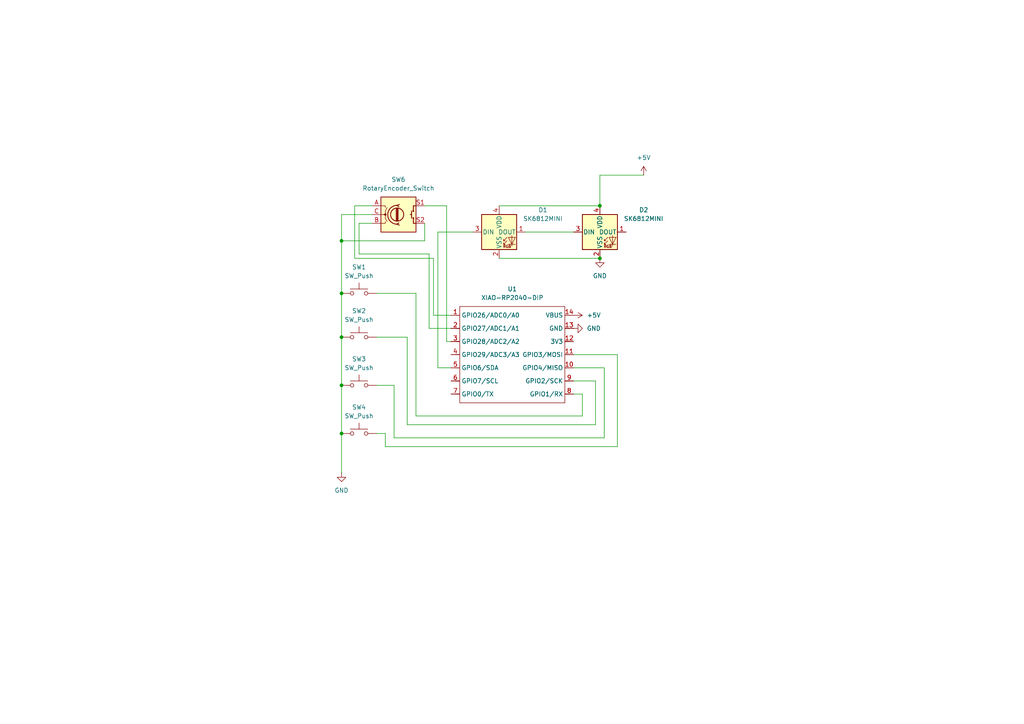
<source format=kicad_sch>
(kicad_sch (version 20250114) (generator "eeschema") (generator_version "9.0")
  (paper "A4")
  (title_block (title "vPad") (date "2025-11-10"))
  (lib_symbols
    (symbol "Device:RotaryEncoder_Switch" (pin_names (offset 0.254) (hide yes))
      (property "Reference" "SW" (at 0 6.604 0))
      (property "Value" "RotaryEncoder_Switch" (at 0 -6.604 0))
      (symbol "RotaryEncoder_Switch_0_1"
        (rectangle (start -5.08 5.08) (end 5.08 -5.08) (stroke (width 0.254)) (fill (type background)))
        (polyline (pts (xy -5.08 2.54) (xy -3.81 2.54) (xy -3.81 2.032)))
        (polyline (pts (xy -5.08 0) (xy -3.81 0) (xy -3.81 -1.016) (xy -3.302 -2.032)))
        (polyline (pts (xy -5.08 -2.54) (xy -3.81 -2.54) (xy -3.81 -2.032)))
        (polyline (pts (xy -4.318 0) (xy -3.81 0) (xy -3.81 1.016) (xy -3.302 2.032)))
        (circle (center -3.81 0) (radius 0.254) (fill (type outline)))
        (polyline (pts (xy -0.635 -1.778) (xy -0.635 1.778)) (stroke (width 0.254)))
        (circle (center -0.381 0) (radius 1.905) (stroke (width 0.254)))
        (polyline (pts (xy -0.381 -1.778) (xy -0.381 1.778)) (stroke (width 0.254)))
        (arc (start -0.381 -2.794) (mid -3.0988 -0.0635) (end -0.381 2.667) (stroke (width 0.254)))
        (polyline (pts (xy -0.127 1.778) (xy -0.127 -1.778)) (stroke (width 0.254)))
        (polyline (pts (xy 0.254 2.921) (xy -0.508 2.667) (xy 0.127 2.286)) (stroke (width 0.254)))
        (polyline (pts (xy 0.254 -3.048) (xy -0.508 -2.794) (xy 0.127 -2.413)) (stroke (width 0.254)))
        (polyline (pts (xy 3.81 1.016) (xy 3.81 -1.016)) (stroke (width 0.254)))
        (polyline (pts (xy 3.81 0) (xy 3.429 0)) (stroke (width 0.254)))
        (circle (center 4.318 1.016) (radius 0.127) (stroke (width 0.254)))
        (circle (center 4.318 -1.016) (radius 0.127) (stroke (width 0.254)))
        (polyline (pts (xy 5.08 2.54) (xy 4.318 2.54) (xy 4.318 1.016)) (stroke (width 0.254)))
        (polyline (pts (xy 5.08 -2.54) (xy 4.318 -2.54) (xy 4.318 -1.016)) (stroke (width 0.254)))
      )
      (symbol "RotaryEncoder_Switch_1_1"
        (pin passive line (at -7.62 2.54 0) (length 2.54) (name "A") (number "A"))
        (pin passive line (at -7.62 0 0) (length 2.54) (name "C") (number "C"))
        (pin passive line (at -7.62 -2.54 0) (length 2.54) (name "B") (number "B"))
        (pin passive line (at 7.62 2.54 180) (length 2.54) (name "S1") (number "S1"))
        (pin passive line (at 7.62 -2.54 180) (length 2.54) (name "S2") (number "S2"))
      )
    )
    (symbol "LED:SK6812MINI" (pin_names (offset 0.254))
      (property "Reference" "D" (at 5.08 5.715 0))
      (property "Value" "SK6812MINI" (at 1.27 -5.715 0))
      (symbol "SK6812MINI_0_0"
        (text "RGB" (at 2.286 -4.191 0) (effects (font (size 0.762 0.762))))
      )
      (symbol "SK6812MINI_0_1"
        (polyline (pts (xy 1.27 -2.54) (xy 1.778 -2.54)))
        (polyline (pts (xy 1.27 -3.556) (xy 1.778 -3.556)))
        (polyline (pts (xy 2.286 -1.524) (xy 1.27 -2.54) (xy 1.27 -2.032)))
        (polyline (pts (xy 2.286 -2.54) (xy 1.27 -3.556) (xy 1.27 -3.048)))
        (polyline (pts (xy 3.683 -1.016) (xy 3.683 -3.556) (xy 3.683 -4.064)))
        (polyline (pts (xy 4.699 -1.524) (xy 2.667 -1.524) (xy 3.683 -3.556) (xy 4.699 -1.524)))
        (polyline (pts (xy 4.699 -3.556) (xy 2.667 -3.556)))
        (rectangle (start 5.08 5.08) (end -5.08 -5.08) (stroke (width 0.254)) (fill (type background)))
      )
      (symbol "SK6812MINI_1_1"
        (pin input line (at -7.62 0 0) (length 2.54) (name "DIN") (number "3"))
        (pin power_in line (at 0 7.62 270) (length 2.54) (name "VDD") (number "4"))
        (pin power_in line (at 0 -7.62 90) (length 2.54) (name "VSS") (number "2"))
        (pin output line (at 7.62 0 180) (length 2.54) (name "DOUT") (number "1"))
      )
    )
    (symbol "Seeed_Studio_XIAO_Series:XIAO-RP2040-DIP"
      (property "Reference" "U" (at 0 0 0))
      (property "Value" "XIAO-RP2040-DIP" (at 5.334 -1.778 0))
      (symbol "XIAO-RP2040-DIP_1_0"
        (polyline (pts (xy -1.27 -2.54) (xy 29.21 -2.54)) (stroke (width 0.1524)))
        (polyline (pts (xy -1.27 -5.08) (xy -2.54 -5.08)) (stroke (width 0.1524)))
        (polyline (pts (xy -1.27 -5.08) (xy -1.27 -2.54)) (stroke (width 0.1524)))
        (polyline (pts (xy -1.27 -8.89) (xy -2.54 -8.89)) (stroke (width 0.1524)))
        (polyline (pts (xy -1.27 -8.89) (xy -1.27 -5.08)) (stroke (width 0.1524)))
        (polyline (pts (xy -1.27 -12.7) (xy -2.54 -12.7)) (stroke (width 0.1524)))
        (polyline (pts (xy -1.27 -12.7) (xy -1.27 -8.89)) (stroke (width 0.1524)))
        (polyline (pts (xy -1.27 -16.51) (xy -2.54 -16.51)) (stroke (width 0.1524)))
        (polyline (pts (xy -1.27 -16.51) (xy -1.27 -12.7)) (stroke (width 0.1524)))
        (polyline (pts (xy -1.27 -20.32) (xy -2.54 -20.32)) (stroke (width 0.1524)))
        (polyline (pts (xy -1.27 -24.13) (xy -2.54 -24.13)) (stroke (width 0.1524)))
        (polyline (pts (xy -1.27 -27.94) (xy -2.54 -27.94)) (stroke (width 0.1524)))
        (polyline (pts (xy -1.27 -30.48) (xy -1.27 -16.51)) (stroke (width 0.1524)))
        (polyline (pts (xy 29.21 -2.54) (xy 29.21 -5.08)) (stroke (width 0.1524)))
        (polyline (pts (xy 29.21 -5.08) (xy 29.21 -8.89)) (stroke (width 0.1524)))
        (polyline (pts (xy 29.21 -8.89) (xy 29.21 -12.7)) (stroke (width 0.1524)))
        (polyline (pts (xy 29.21 -12.7) (xy 29.21 -30.48)) (stroke (width 0.1524)))
        (polyline (pts (xy 29.21 -30.48) (xy -1.27 -30.48)) (stroke (width 0.1524)))
        (polyline (pts (xy 30.48 -5.08) (xy 29.21 -5.08)) (stroke (width 0.1524)))
        (polyline (pts (xy 30.48 -8.89) (xy 29.21 -8.89)) (stroke (width 0.1524)))
        (polyline (pts (xy 30.48 -12.7) (xy 29.21 -12.7)) (stroke (width 0.1524)))
        (polyline (pts (xy 30.48 -16.51) (xy 29.21 -16.51)) (stroke (width 0.1524)))
        (polyline (pts (xy 30.48 -20.32) (xy 29.21 -20.32)) (stroke (width 0.1524)))
        (polyline (pts (xy 30.48 -24.13) (xy 29.21 -24.13)) (stroke (width 0.1524)))
        (polyline (pts (xy 30.48 -27.94) (xy 29.21 -27.94)) (stroke (width 0.1524)))
        (pin passive line (at -3.81 -5.08 0) (length 2.54) (name "GPIO26/ADC0/A0") (number "1"))
        (pin passive line (at -3.81 -8.89 0) (length 2.54) (name "GPIO27/ADC1/A1") (number "2"))
        (pin passive line (at -3.81 -12.7 0) (length 2.54) (name "GPIO28/ADC2/A2") (number "3"))
        (pin passive line (at -3.81 -16.51 0) (length 2.54) (name "GPIO29/ADC3/A3") (number "4"))
        (pin passive line (at -3.81 -20.32 0) (length 2.54) (name "GPIO6/SDA") (number "5"))
        (pin passive line (at -3.81 -24.13 0) (length 2.54) (name "GPIO7/SCL") (number "6"))
        (pin passive line (at -3.81 -27.94 0) (length 2.54) (name "GPIO0/TX") (number "7"))
        (pin passive line (at 31.75 -5.08 180) (length 2.54) (name "VBUS") (number "14"))
        (pin passive line (at 31.75 -8.89 180) (length 2.54) (name "GND") (number "13"))
        (pin passive line (at 31.75 -12.7 180) (length 2.54) (name "3V3") (number "12"))
        (pin passive line (at 31.75 -16.51 180) (length 2.54) (name "GPIO3/MOSI") (number "11"))
        (pin passive line (at 31.75 -20.32 180) (length 2.54) (name "GPIO4/MISO") (number "10"))
        (pin passive line (at 31.75 -24.13 180) (length 2.54) (name "GPIO2/SCK") (number "9"))
        (pin passive line (at 31.75 -27.94 180) (length 2.54) (name "GPIO1/RX") (number "8"))
      )
    )
    (symbol "Switch:SW_Push" (pin_numbers (hide yes)) (pin_names (offset 1.016) (hide yes))
      (property "Reference" "SW" (at 1.27 2.54 0))
      (property "Value" "SW_Push" (at 0 -1.524 0))
      (symbol "SW_Push_0_1"
        (circle (center -2.032 0) (radius 0.508))
        (polyline (pts (xy 0 1.27) (xy 0 3.048)))
        (circle (center 2.032 0) (radius 0.508))
        (polyline (pts (xy 2.54 1.27) (xy -2.54 1.27)))
        (pin passive line (at -5.08 0 0) (length 2.54) (name "1") (number "1"))
        (pin passive line (at 5.08 0 180) (length 2.54) (name "2") (number "2"))
      )
    )
    (symbol "power:+5V" (power) (pin_numbers (hide yes)) (pin_names (offset 0) (hide yes))
      (property "Value" "+5V" (at 0 3.556 0))
      (symbol "+5V_0_1"
        (polyline (pts (xy -0.762 1.27) (xy 0 2.54)))
        (polyline (pts (xy 0 2.54) (xy 0.762 1.27)))
        (polyline (pts (xy 0 0) (xy 0 2.54)))
      )
      (symbol "+5V_1_1"
        (pin power_in line (at 0 0 90) (length 0) (name "~") (number "1"))
      )
    )
    (symbol "power:GND" (power) (pin_numbers (hide yes)) (pin_names (offset 0) (hide yes))
      (property "Value" "GND" (at 0 -3.81 0))
      (symbol "GND_0_1"
        (polyline (pts (xy 0 0) (xy 0 -1.27) (xy 1.27 -1.27) (xy 0 -2.54) (xy -1.27 -1.27) (xy 0 -1.27)))
      )
      (symbol "GND_1_1"
        (pin power_in line (at 0 0 270) (length 0) (name "~") (number "1"))
      )
    )
  )
  (junction (at 99.06 111.76))
  (junction (at 99.06 85.09))
  (junction (at 99.06 97.79))
  (junction (at 99.06 125.73))
  (junction (at 173.99 59.69))
  (junction (at 173.99 74.93))
  (junction (at 99.06 69.85))
  (wire (pts (xy 123.19 64.77) (xy 123.19 69.85)))
  (wire (pts (xy 144.78 59.69) (xy 173.99 59.69)))
  (wire (pts (xy 175.26 106.68) (xy 166.37 106.68)))
  (wire (pts (xy 99.06 125.73) (xy 99.06 137.16)))
  (wire (pts (xy 109.22 97.79) (xy 118.11 97.79)))
  (wire (pts (xy 124.46 73.66) (xy 124.46 95.25)))
  (wire (pts (xy 109.22 111.76) (xy 114.3 111.76)))
  (wire (pts (xy 125.73 74.93) (xy 125.73 91.44)))
  (wire (pts (xy 120.65 85.09) (xy 120.65 120.65)))
  (wire (pts (xy 109.22 125.73) (xy 111.76 125.73)))
  (wire (pts (xy 123.19 59.69) (xy 129.54 59.69)))
  (wire (pts (xy 172.72 123.19) (xy 172.72 110.49)))
  (wire (pts (xy 102.87 59.69) (xy 102.87 74.93)))
  (wire (pts (xy 107.95 62.23) (xy 99.06 62.23)))
  (wire (pts (xy 104.14 73.66) (xy 124.46 73.66)))
  (wire (pts (xy 118.11 123.19) (xy 172.72 123.19)))
  (wire (pts (xy 99.06 97.79) (xy 99.06 111.76)))
  (wire (pts (xy 99.06 62.23) (xy 99.06 69.85)))
  (wire (pts (xy 129.54 99.06) (xy 130.81 99.06)))
  (wire (pts (xy 107.95 64.77) (xy 104.14 64.77)))
  (wire (pts (xy 127 106.68) (xy 130.81 106.68)))
  (wire (pts (xy 144.78 74.93) (xy 173.99 74.93)))
  (wire (pts (xy 109.22 85.09) (xy 120.65 85.09)))
  (wire (pts (xy 120.65 120.65) (xy 168.91 120.65)))
  (wire (pts (xy 168.91 120.65) (xy 168.91 114.3)))
  (wire (pts (xy 102.87 74.93) (xy 125.73 74.93)))
  (wire (pts (xy 179.07 102.87) (xy 166.37 102.87)))
  (wire (pts (xy 111.76 129.54) (xy 179.07 129.54)))
  (wire (pts (xy 114.3 111.76) (xy 114.3 127)))
  (wire (pts (xy 111.76 125.73) (xy 111.76 129.54)))
  (wire (pts (xy 168.91 114.3) (xy 166.37 114.3)))
  (wire (pts (xy 114.3 127) (xy 175.26 127)))
  (wire (pts (xy 123.19 69.85) (xy 99.06 69.85)))
  (wire (pts (xy 129.54 59.69) (xy 129.54 99.06)))
  (wire (pts (xy 124.46 95.25) (xy 130.81 95.25)))
  (wire (pts (xy 152.4 67.31) (xy 166.37 67.31)))
  (wire (pts (xy 173.99 59.69) (xy 173.99 50.8)))
  (wire (pts (xy 99.06 85.09) (xy 99.06 97.79)))
  (wire (pts (xy 99.06 111.76) (xy 99.06 125.73)))
  (wire (pts (xy 179.07 129.54) (xy 179.07 102.87)))
  (wire (pts (xy 166.37 110.49) (xy 172.72 110.49)))
  (wire (pts (xy 125.73 91.44) (xy 130.81 91.44)))
  (wire (pts (xy 104.14 64.77) (xy 104.14 73.66)))
  (wire (pts (xy 137.16 67.31) (xy 127 67.31)))
  (wire (pts (xy 127 67.31) (xy 127 106.68)))
  (wire (pts (xy 107.95 59.69) (xy 102.87 59.69)))
  (wire (pts (xy 175.26 127) (xy 175.26 106.68)))
  (wire (pts (xy 173.99 50.8) (xy 186.69 50.8)))
  (wire (pts (xy 118.11 97.79) (xy 118.11 123.19)))
  (wire (pts (xy 99.06 69.85) (xy 99.06 85.09)))
  (symbol (lib_id "Switch:SW_Push") (at 104.14 97.79 0) (unit 1)
    (property "Reference" "SW2" (at 104.14 90.17 0))
    (property "Value" "SW_Push" (at 104.14 92.71 0))
    (property "Footprint" "Kailh_PG1353_Solderable:Kailh-PG1353-Solderable-1.5U" (effects (hide yes)))
    (property "Description" "Push button switch, generic, two pins" (effects (hide yes)))
  )
  (symbol (lib_id "LED:SK6812MINI") (at 144.78 67.31 0) (unit 1)
    (property "Reference" "D1" (at 157.48 60.8898 0))
    (property "Value" "SK6812MINI" (at 157.48 63.4298 0))
    (property "Footprint" "LED_SMD:LED_SK6812MINI_PLCC4_3.5x3.5mm_P1.75mm" (effects (hide yes)))
    (property "Datasheet" "https://cdn-shop.adafruit.com/product-files/2686/SK6812MINI_REV.01-1-2.pdf" (effects (hide yes)))
    (property "Description" "RGB LED with integrated controller" (effects (hide yes)))
  )
  (symbol (lib_id "LED:SK6812MINI") (at 173.99 67.31 0) (unit 1)
    (property "Reference" "D2" (at 186.69 60.8898 0))
    (property "Value" "SK6812MINI" (at 186.69 63.4298 0))
    (property "Footprint" "LED_SMD:LED_SK6812MINI_PLCC4_3.5x3.5mm_P1.75mm" (effects (hide yes)))
    (property "Datasheet" "https://cdn-shop.adafruit.com/product-files/2686/SK6812MINI_REV.01-1-2.pdf" (effects (hide yes)))
    (property "Description" "RGB LED with integrated controller" (effects (hide yes)))
  )
  (symbol (lib_id "Seeed_Studio_XIAO_Series:XIAO-RP2040-DIP") (at 134.62 86.36 0) (unit 1)
    (property "Reference" "U1" (at 148.59 83.82 0))
    (property "Value" "XIAO-RP2040-DIP" (at 148.59 86.36 0))
    (property "Footprint" "Seeed Studio XIAO Series Library:XIAO-RP2040-DIP" (effects (hide yes)))
  )
  (symbol (lib_id "Switch:SW_Push") (at 104.14 125.73 0) (unit 1)
    (property "Reference" "SW4" (at 104.14 118.11 0))
    (property "Value" "SW_Push" (at 104.14 120.65 0))
    (property "Footprint" "Kailh_PG1353_Solderable:Kailh-PG1353-Solderable-1.5U" (effects (hide yes)))
    (property "Description" "Push button switch, generic, two pins" (effects (hide yes)))
  )
  (symbol (lib_id "Device:RotaryEncoder_Switch") (at 115.57 62.23 0) (unit 1)
    (property "Reference" "SW6" (at 115.57 52.07 0))
    (property "Value" "RotaryEncoder_Switch" (at 115.57 54.61 0))
    (property "Footprint" "Rotary_Encoder:RotaryEncoder_Alps_EC11E-Switch_Vertical_H20mm" (effects (hide yes)))
    (property "Description" "Rotary encoder, dual channel, incremental quadrate outputs, with switch" (effects (hide yes)))
  )
  (symbol (lib_id "power:+5V") (at 166.37 91.44 270) (unit 1)
    (property "Reference" "#PWR03" (effects (hide yes)))
    (property "Value" "+5V" (at 170.18 91.4399 90) (effects (justify left)))
    (property "Description" "Power symbol creates a global label with name \"+5V\"" (effects (hide yes)))
  )
  (symbol (lib_id "Switch:SW_Push") (at 104.14 111.76 0) (unit 1)
    (property "Reference" "SW3" (at 104.14 104.14 0))
    (property "Value" "SW_Push" (at 104.14 106.68 0))
    (property "Footprint" "Kailh_PG1353_Solderable:Kailh-PG1353-Solderable-1.5U" (effects (hide yes)))
    (property "Description" "Push button switch, generic, two pins" (effects (hide yes)))
  )
  (symbol (lib_id "power:+5V") (at 186.69 50.8 0) (unit 1)
    (property "Reference" "#PWR02" (effects (hide yes)))
    (property "Value" "+5V" (at 186.69 45.72 0))
    (property "Description" "Power symbol creates a global label with name \"+5V\"" (effects (hide yes)))
  )
  (symbol (lib_id "power:GND") (at 173.99 74.93 0) (unit 1)
    (property "Reference" "#PWR05" (effects (hide yes)))
    (property "Value" "GND" (at 173.99 80.01 0))
    (property "Description" "Power symbol creates a global label with name \"GND\" , ground" (effects (hide yes)))
  )
  (symbol (lib_id "power:GND") (at 166.37 95.25 90) (unit 1)
    (property "Reference" "#PWR04" (effects (hide yes)))
    (property "Value" "GND" (at 170.18 95.2499 90) (effects (justify right)))
    (property "Description" "Power symbol creates a global label with name \"GND\" , ground" (effects (hide yes)))
  )
  (symbol (lib_id "power:GND") (at 99.06 137.16 0) (unit 1)
    (property "Reference" "#PWR01" (effects (hide yes)))
    (property "Value" "GND" (at 99.06 142.24 0))
    (property "Description" "Power symbol creates a global label with name \"GND\" , ground" (effects (hide yes)))
  )
  (symbol (lib_id "Switch:SW_Push") (at 104.14 85.09 0) (unit 1)
    (property "Reference" "SW1" (at 104.14 77.47 0))
    (property "Value" "SW_Push" (at 104.14 80.01 0))
    (property "Footprint" "Kailh_PG1353_Solderable:Kailh-PG1353-Solderable-1.5U" (effects (hide yes)))
    (property "Description" "Push button switch, generic, two pins" (effects (hide yes)))
  )
)
</source>
